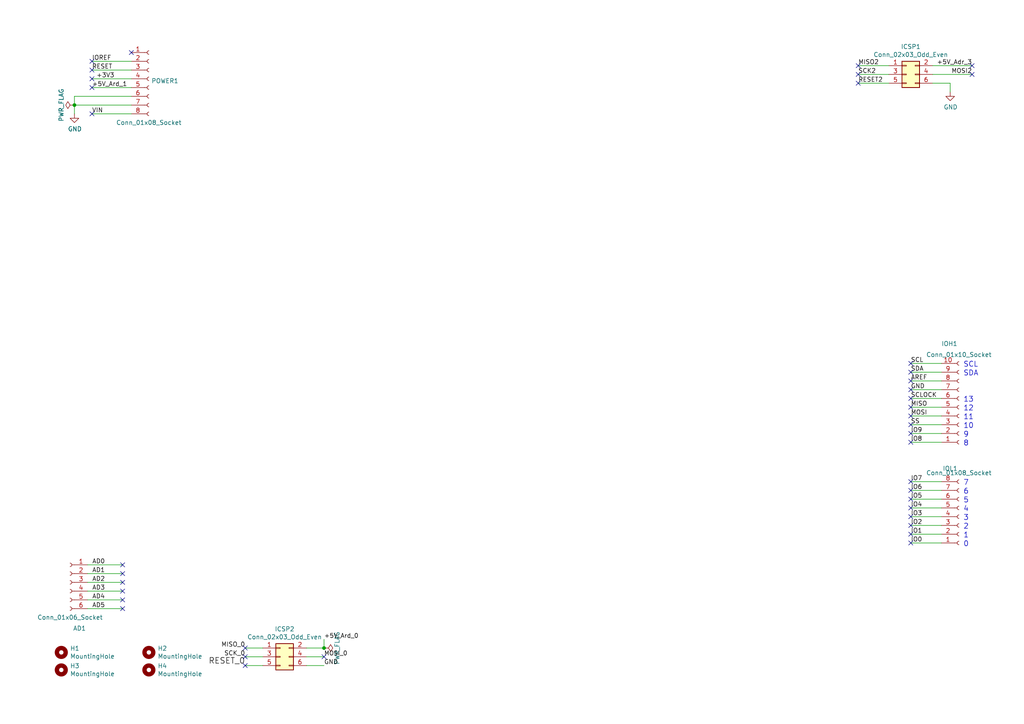
<source format=kicad_sch>
(kicad_sch (version 20231120) (generator "eeschema") (generator_version "8.0")
  (paper "A4")
  (lib_symbols
    (symbol "Connector:Conn_01x06_Socket" (pin_names (offset 1.016) hide)
      (property "Reference" "J" (at 0 7.62 0))
      (property "Value" "Conn_01x06_Socket" (at 0 -10.16 0))
      (symbol "Conn_01x06_Socket_1_1"
        (arc (start 0 -7.112) (mid -0.5058 -7.62) (end 0 -8.128) (stroke (width 0.1524)))
        (arc (start 0 -4.572) (mid -0.5058 -5.08) (end 0 -5.588) (stroke (width 0.1524)))
        (arc (start 0 -2.032) (mid -0.5058 -2.54) (end 0 -3.048) (stroke (width 0.1524)))
        (polyline (pts (xy -1.27 -7.62) (xy -0.508 -7.62)) (stroke (width 0.1524)))
        (polyline (pts (xy -1.27 -5.08) (xy -0.508 -5.08)) (stroke (width 0.1524)))
        (polyline (pts (xy -1.27 -2.54) (xy -0.508 -2.54)) (stroke (width 0.1524)))
        (polyline (pts (xy -1.27 0) (xy -0.508 0)) (stroke (width 0.1524)))
        (polyline (pts (xy -1.27 2.54) (xy -0.508 2.54)) (stroke (width 0.1524)))
        (polyline (pts (xy -1.27 5.08) (xy -0.508 5.08)) (stroke (width 0.1524)))
        (arc (start 0 0.508) (mid -0.5058 0) (end 0 -0.508) (stroke (width 0.1524)))
        (arc (start 0 3.048) (mid -0.5058 2.54) (end 0 2.032) (stroke (width 0.1524)))
        (arc (start 0 5.588) (mid -0.5058 5.08) (end 0 4.572) (stroke (width 0.1524)))
        (pin passive line (at -5.08 5.08 0) (length 3.81) (name "Pin_1") (number "1"))
        (pin passive line (at -5.08 2.54 0) (length 3.81) (name "Pin_2") (number "2"))
        (pin passive line (at -5.08 0 0) (length 3.81) (name "Pin_3") (number "3"))
        (pin passive line (at -5.08 -2.54 0) (length 3.81) (name "Pin_4") (number "4"))
        (pin passive line (at -5.08 -5.08 0) (length 3.81) (name "Pin_5") (number "5"))
        (pin passive line (at -5.08 -7.62 0) (length 3.81) (name "Pin_6") (number "6"))
      )
    )
    (symbol "Connector:Conn_01x08_Socket" (pin_names (offset 1.016) hide)
      (property "Reference" "J" (at 0 10.16 0))
      (property "Value" "Conn_01x08_Socket" (at 0 -12.7 0))
      (symbol "Conn_01x08_Socket_1_1"
        (arc (start 0 -9.652) (mid -0.5058 -10.16) (end 0 -10.668) (stroke (width 0.1524)))
        (arc (start 0 -7.112) (mid -0.5058 -7.62) (end 0 -8.128) (stroke (width 0.1524)))
        (arc (start 0 -4.572) (mid -0.5058 -5.08) (end 0 -5.588) (stroke (width 0.1524)))
        (arc (start 0 -2.032) (mid -0.5058 -2.54) (end 0 -3.048) (stroke (width 0.1524)))
        (polyline (pts (xy -1.27 -10.16) (xy -0.508 -10.16)) (stroke (width 0.1524)))
        (polyline (pts (xy -1.27 -7.62) (xy -0.508 -7.62)) (stroke (width 0.1524)))
        (polyline (pts (xy -1.27 -5.08) (xy -0.508 -5.08)) (stroke (width 0.1524)))
        (polyline (pts (xy -1.27 -2.54) (xy -0.508 -2.54)) (stroke (width 0.1524)))
        (polyline (pts (xy -1.27 0) (xy -0.508 0)) (stroke (width 0.1524)))
        (polyline (pts (xy -1.27 2.54) (xy -0.508 2.54)) (stroke (width 0.1524)))
        (polyline (pts (xy -1.27 5.08) (xy -0.508 5.08)) (stroke (width 0.1524)))
        (polyline (pts (xy -1.27 7.62) (xy -0.508 7.62)) (stroke (width 0.1524)))
        (arc (start 0 0.508) (mid -0.5058 0) (end 0 -0.508) (stroke (width 0.1524)))
        (arc (start 0 3.048) (mid -0.5058 2.54) (end 0 2.032) (stroke (width 0.1524)))
        (arc (start 0 5.588) (mid -0.5058 5.08) (end 0 4.572) (stroke (width 0.1524)))
        (arc (start 0 8.128) (mid -0.5058 7.62) (end 0 7.112) (stroke (width 0.1524)))
        (pin passive line (at -5.08 7.62 0) (length 3.81) (name "Pin_1") (number "1"))
        (pin passive line (at -5.08 5.08 0) (length 3.81) (name "Pin_2") (number "2"))
        (pin passive line (at -5.08 2.54 0) (length 3.81) (name "Pin_3") (number "3"))
        (pin passive line (at -5.08 0 0) (length 3.81) (name "Pin_4") (number "4"))
        (pin passive line (at -5.08 -2.54 0) (length 3.81) (name "Pin_5") (number "5"))
        (pin passive line (at -5.08 -5.08 0) (length 3.81) (name "Pin_6") (number "6"))
        (pin passive line (at -5.08 -7.62 0) (length 3.81) (name "Pin_7") (number "7"))
        (pin passive line (at -5.08 -10.16 0) (length 3.81) (name "Pin_8") (number "8"))
      )
    )
    (symbol "Connector:Conn_01x10_Socket" (pin_names (offset 1.016) hide)
      (property "Reference" "J" (at 0 12.7 0))
      (property "Value" "Conn_01x10_Socket" (at 0 -15.24 0))
      (symbol "Conn_01x10_Socket_1_1"
        (arc (start 0 -12.192) (mid -0.5058 -12.7) (end 0 -13.208) (stroke (width 0.1524)))
        (arc (start 0 -9.652) (mid -0.5058 -10.16) (end 0 -10.668) (stroke (width 0.1524)))
        (arc (start 0 -7.112) (mid -0.5058 -7.62) (end 0 -8.128) (stroke (width 0.1524)))
        (arc (start 0 -4.572) (mid -0.5058 -5.08) (end 0 -5.588) (stroke (width 0.1524)))
        (arc (start 0 -2.032) (mid -0.5058 -2.54) (end 0 -3.048) (stroke (width 0.1524)))
        (polyline (pts (xy -1.27 -12.7) (xy -0.508 -12.7)) (stroke (width 0.1524)))
        (polyline (pts (xy -1.27 -10.16) (xy -0.508 -10.16)) (stroke (width 0.1524)))
        (polyline (pts (xy -1.27 -7.62) (xy -0.508 -7.62)) (stroke (width 0.1524)))
        (polyline (pts (xy -1.27 -5.08) (xy -0.508 -5.08)) (stroke (width 0.1524)))
        (polyline (pts (xy -1.27 -2.54) (xy -0.508 -2.54)) (stroke (width 0.1524)))
        (polyline (pts (xy -1.27 0) (xy -0.508 0)) (stroke (width 0.1524)))
        (polyline (pts (xy -1.27 2.54) (xy -0.508 2.54)) (stroke (width 0.1524)))
        (polyline (pts (xy -1.27 5.08) (xy -0.508 5.08)) (stroke (width 0.1524)))
        (polyline (pts (xy -1.27 7.62) (xy -0.508 7.62)) (stroke (width 0.1524)))
        (polyline (pts (xy -1.27 10.16) (xy -0.508 10.16)) (stroke (width 0.1524)))
        (arc (start 0 0.508) (mid -0.5058 0) (end 0 -0.508) (stroke (width 0.1524)))
        (arc (start 0 3.048) (mid -0.5058 2.54) (end 0 2.032) (stroke (width 0.1524)))
        (arc (start 0 5.588) (mid -0.5058 5.08) (end 0 4.572) (stroke (width 0.1524)))
        (arc (start 0 8.128) (mid -0.5058 7.62) (end 0 7.112) (stroke (width 0.1524)))
        (arc (start 0 10.668) (mid -0.5058 10.16) (end 0 9.652) (stroke (width 0.1524)))
        (pin passive line (at -5.08 10.16 0) (length 3.81) (name "Pin_1") (number "1"))
        (pin passive line (at -5.08 -12.7 0) (length 3.81) (name "Pin_10") (number "10"))
        (pin passive line (at -5.08 7.62 0) (length 3.81) (name "Pin_2") (number "2"))
        (pin passive line (at -5.08 5.08 0) (length 3.81) (name "Pin_3") (number "3"))
        (pin passive line (at -5.08 2.54 0) (length 3.81) (name "Pin_4") (number "4"))
        (pin passive line (at -5.08 0 0) (length 3.81) (name "Pin_5") (number "5"))
        (pin passive line (at -5.08 -2.54 0) (length 3.81) (name "Pin_6") (number "6"))
        (pin passive line (at -5.08 -5.08 0) (length 3.81) (name "Pin_7") (number "7"))
        (pin passive line (at -5.08 -7.62 0) (length 3.81) (name "Pin_8") (number "8"))
        (pin passive line (at -5.08 -10.16 0) (length 3.81) (name "Pin_9") (number "9"))
      )
    )
    (symbol "Connector_Generic:Conn_02x03_Odd_Even" (pin_names (offset 1.016) hide)
      (property "Reference" "J" (at 1.27 5.08 0))
      (property "Value" "Conn_02x03_Odd_Even" (at 1.27 -5.08 0))
      (symbol "Conn_02x03_Odd_Even_1_1"
        (rectangle (start -1.27 -2.413) (end 0 -2.667) (stroke (width 0.1524)))
        (rectangle (start -1.27 0.127) (end 0 -0.127) (stroke (width 0.1524)))
        (rectangle (start -1.27 2.667) (end 0 2.413) (stroke (width 0.1524)))
        (rectangle (start -1.27 3.81) (end 3.81 -3.81) (stroke (width 0.254)) (fill (type background)))
        (rectangle (start 3.81 -2.413) (end 2.54 -2.667) (stroke (width 0.1524)))
        (rectangle (start 3.81 0.127) (end 2.54 -0.127) (stroke (width 0.1524)))
        (rectangle (start 3.81 2.667) (end 2.54 2.413) (stroke (width 0.1524)))
        (pin passive line (at -5.08 2.54 0) (length 3.81) (name "Pin_1") (number "1"))
        (pin passive line (at 7.62 2.54 180) (length 3.81) (name "Pin_2") (number "2"))
        (pin passive line (at -5.08 0 0) (length 3.81) (name "Pin_3") (number "3"))
        (pin passive line (at 7.62 0 180) (length 3.81) (name "Pin_4") (number "4"))
        (pin passive line (at -5.08 -2.54 0) (length 3.81) (name "Pin_5") (number "5"))
        (pin passive line (at 7.62 -2.54 180) (length 3.81) (name "Pin_6") (number "6"))
      )
    )
    (symbol "Mechanical:MountingHole" (pin_names (offset 1.016))
      (property "Reference" "H" (at 0 5.08 0))
      (property "Value" "MountingHole" (at 0 3.175 0))
      (symbol "MountingHole_0_1"
        (circle (center 0 0) (radius 1.27) (stroke (width 1.27)))
      )
    )
    (symbol "power:GND" (power) (pin_names (offset 0))
      (property "Value" "GND" (at 0 -3.81 0))
      (symbol "GND_0_1"
        (polyline (pts (xy 0 0) (xy 0 -1.27) (xy 1.27 -1.27) (xy 0 -2.54) (xy -1.27 -1.27) (xy 0 -1.27)))
      )
      (symbol "GND_1_1"
        (pin power_in line (at 0 0 270) (length 0) hide (name "GND") (number "1"))
      )
    )
    (symbol "power:PWR_FLAG" (power) (pin_numbers hide) (pin_names (offset 0) hide)
      (property "Value" "PWR_FLAG" (at 0 3.81 0))
      (symbol "PWR_FLAG_0_0"
        (pin power_out line (at 0 0 90) (length 0) (name "pwr") (number "1"))
      )
      (symbol "PWR_FLAG_0_1"
        (polyline (pts (xy 0 0) (xy 0 1.27) (xy -1.016 1.905) (xy 0 2.54) (xy 1.016 1.905) (xy 0 1.27)))
      )
    )
  )
  (junction (at 93.98 187.96))
  (junction (at 21.59 30.48))
  (no_connect (at 35.56 168.91))
  (no_connect (at 248.92 21.59))
  (no_connect (at 264.16 110.49))
  (no_connect (at 35.56 176.53))
  (no_connect (at 264.16 152.4))
  (no_connect (at 264.16 149.86))
  (no_connect (at 35.56 163.83))
  (no_connect (at 35.56 171.45))
  (no_connect (at 26.67 20.32))
  (no_connect (at 264.16 107.95))
  (no_connect (at 26.67 22.86))
  (no_connect (at 38.1 15.24))
  (no_connect (at 71.12 193.04))
  (no_connect (at 264.16 157.48))
  (no_connect (at 264.16 123.19))
  (no_connect (at 264.16 113.03))
  (no_connect (at 264.16 118.11))
  (no_connect (at 264.16 115.57))
  (no_connect (at 264.16 120.65))
  (no_connect (at 264.16 125.73))
  (no_connect (at 264.16 128.27))
  (no_connect (at 264.16 147.32))
  (no_connect (at 264.16 144.78))
  (no_connect (at 264.16 139.7))
  (no_connect (at 264.16 142.24))
  (no_connect (at 26.67 17.78))
  (no_connect (at 281.94 19.05))
  (no_connect (at 71.12 187.96))
  (no_connect (at 35.56 166.37))
  (no_connect (at 248.92 24.13))
  (no_connect (at 26.67 25.4))
  (no_connect (at 248.92 19.05))
  (no_connect (at 71.12 190.5))
  (no_connect (at 26.67 33.02))
  (no_connect (at 281.94 21.59))
  (no_connect (at 264.16 105.41))
  (no_connect (at 264.16 154.94))
  (no_connect (at 35.56 173.99))
  (no_connect (at 93.98 190.5))
  (wire (pts (xy 264.16 152.4) (xy 273.05 152.4)))
  (wire (pts (xy 76.2 190.5) (xy 71.12 190.5)))
  (wire (pts (xy 21.59 27.94) (xy 21.59 30.48)))
  (wire (pts (xy 264.16 128.27) (xy 273.05 128.27)))
  (wire (pts (xy 264.16 154.94) (xy 273.05 154.94)))
  (wire (pts (xy 93.98 193.04) (xy 88.9 193.04)))
  (wire (pts (xy 76.2 187.96) (xy 71.12 187.96)))
  (wire (pts (xy 88.9 190.5) (xy 93.98 190.5)))
  (wire (pts (xy 264.16 144.78) (xy 273.05 144.78)))
  (wire (pts (xy 264.16 110.49) (xy 273.05 110.49)))
  (wire (pts (xy 264.16 105.41) (xy 273.05 105.41)))
  (wire (pts (xy 270.51 21.59) (xy 281.94 21.59)))
  (wire (pts (xy 264.16 115.57) (xy 273.05 115.57)))
  (wire (pts (xy 264.16 120.65) (xy 273.05 120.65)))
  (wire (pts (xy 264.16 118.11) (xy 273.05 118.11)))
  (wire (pts (xy 270.51 19.05) (xy 281.94 19.05)))
  (wire (pts (xy 264.16 142.24) (xy 273.05 142.24)))
  (wire (pts (xy 25.4 163.83) (xy 35.56 163.83)))
  (wire (pts (xy 26.67 17.78) (xy 38.1 17.78)))
  (wire (pts (xy 21.59 30.48) (xy 21.59 33.02)))
  (wire (pts (xy 264.16 125.73) (xy 273.05 125.73)))
  (wire (pts (xy 273.05 113.03) (xy 264.16 113.03)))
  (wire (pts (xy 93.98 185.42) (xy 93.98 187.96)))
  (wire (pts (xy 248.92 21.59) (xy 257.81 21.59)))
  (wire (pts (xy 264.16 139.7) (xy 273.05 139.7)))
  (wire (pts (xy 248.92 19.05) (xy 257.81 19.05)))
  (wire (pts (xy 26.67 33.02) (xy 38.1 33.02)))
  (wire (pts (xy 275.59 24.13) (xy 275.59 26.67)))
  (wire (pts (xy 35.56 166.37) (xy 25.4 166.37)))
  (wire (pts (xy 93.98 187.96) (xy 88.9 187.96)))
  (wire (pts (xy 264.16 107.95) (xy 273.05 107.95)))
  (wire (pts (xy 26.67 25.4) (xy 38.1 25.4)))
  (wire (pts (xy 264.16 147.32) (xy 273.05 147.32)))
  (wire (pts (xy 26.67 20.32) (xy 38.1 20.32)))
  (wire (pts (xy 264.16 123.19) (xy 273.05 123.19)))
  (wire (pts (xy 25.4 171.45) (xy 35.56 171.45)))
  (wire (pts (xy 264.16 157.48) (xy 273.05 157.48)))
  (wire (pts (xy 71.12 193.04) (xy 76.2 193.04)))
  (wire (pts (xy 38.1 27.94) (xy 21.59 27.94)))
  (wire (pts (xy 35.56 168.91) (xy 25.4 168.91)))
  (wire (pts (xy 270.51 24.13) (xy 275.59 24.13)))
  (wire (pts (xy 35.56 176.53) (xy 25.4 176.53)))
  (wire (pts (xy 248.92 24.13) (xy 257.81 24.13)))
  (wire (pts (xy 38.1 22.86) (xy 26.67 22.86)))
  (wire (pts (xy 264.16 149.86) (xy 273.05 149.86)))
  (wire (pts (xy 38.1 30.48) (xy 21.59 30.48)))
  (wire (pts (xy 35.56 173.99) (xy 25.4 173.99)))
  (text "4" (at 279.4 148.59 0) (effects (font (size 1.4986 1.4986)) (justify left bottom)))
  (text "8" (at 279.4 129.54 0) (effects (font (size 1.4986 1.4986)) (justify left bottom)))
  (text "7" (at 279.4 140.97 0) (effects (font (size 1.4986 1.4986)) (justify left bottom)))
  (text "10" (at 279.4 124.46 0) (effects (font (size 1.4986 1.4986)) (justify left bottom)))
  (text "0" (at 279.4 158.75 0) (effects (font (size 1.4986 1.4986)) (justify left bottom)))
  (text "9" (at 279.4 127 0) (effects (font (size 1.4986 1.4986)) (justify left bottom)))
  (text "13" (at 279.4 116.84 0) (effects (font (size 1.4986 1.4986)) (justify left bottom)))
  (text "SDA" (at 279.4 109.22 0) (effects (font (size 1.4986 1.4986)) (justify left bottom)))
  (text "3" (at 279.4 151.13 0) (effects (font (size 1.4986 1.4986)) (justify left bottom)))
  (text "5" (at 279.4 146.05 0) (effects (font (size 1.4986 1.4986)) (justify left bottom)))
  (text "11" (at 279.4 121.92 0) (effects (font (size 1.4986 1.4986)) (justify left bottom)))
  (text "2" (at 279.4 153.67 0) (effects (font (size 1.4986 1.4986)) (justify left bottom)))
  (text "1" (at 279.4 156.21 0) (effects (font (size 1.4986 1.4986)) (justify left bottom)))
  (text "SCL" (at 279.4 106.68 0) (effects (font (size 1.4986 1.4986)) (justify left bottom)))
  (text "6" (at 279.4 143.51 0) (effects (font (size 1.4986 1.4986)) (justify left bottom)))
  (text "12" (at 279.4 119.38 0) (effects (font (size 1.4986 1.4986)) (justify left bottom)))
  (label "IO5" (at 264.16 144.78 0))
  (label "+3V3" (at 27.94 22.86 0))
  (label "MISO_0" (at 71.12 187.96 180))
  (label "IO8" (at 264.16 128.27 0))
  (label "AD1" (at 30.48 166.37 180))
  (label "RESET_0" (at 71.12 193.04 180) (effects (font (size 1.6764 1.6764))))
  (label "MOSI" (at 264.16 120.65 0))
  (label "AD5" (at 30.48 176.53 180))
  (label "IO7" (at 264.16 139.7 0))
  (label "MISO" (at 264.16 118.11 0))
  (label "IO9" (at 264.16 125.73 0))
  (label "SCK2" (at 248.92 21.59 0))
  (label "AREF" (at 264.16 110.49 0))
  (label "IO0" (at 264.16 157.48 0))
  (label "+5V_Ard_0" (at 93.98 185.42 0) (effects (font (size 1.2446 1.2446))))
  (label "AD3" (at 30.48 171.45 180))
  (label "RESET" (at 26.67 20.32 0))
  (label "SCL" (at 264.16 105.41 0))
  (label "IO4" (at 264.16 147.32 0))
  (label "MOSI2" (at 281.94 21.59 180))
  (label "+5V_Ard_1" (at 26.67 25.4 0))
  (label "VIN" (at 26.67 33.02 0))
  (label "SCK_0" (at 71.12 190.5 180))
  (label "IO3" (at 264.16 149.86 0))
  (label "GND" (at 264.16 113.03 0))
  (label "SS" (at 264.16 123.19 0))
  (label "IO6" (at 264.16 142.24 0))
  (label "IO2" (at 264.16 152.4 0))
  (label "RESET2" (at 248.92 24.13 0))
  (label "MOSI_0" (at 93.98 190.5 0) (effects (font (size 1.2446 1.2446))))
  (label "IO1" (at 264.16 154.94 0))
  (label "MISO2" (at 248.92 19.05 0))
  (label "AD0" (at 30.48 163.83 180))
  (label "SCLOCK" (at 264.16 115.57 0))
  (label "AD2" (at 30.48 168.91 180))
  (label "+5V_Adr_3" (at 281.94 19.05 180))
  (label "SDA" (at 264.16 107.95 0))
  (label "AD4" (at 30.48 173.99 180))
  (label "IOREF" (at 26.67 17.78 0))
  (label "GND" (at 93.98 193.04 0))
  (symbol (lib_id "Mechanical:MountingHole") (at 17.78 189.23 0) (unit 1)
    (property "Reference" "H1" (at 20.32 188.0616 0) (effects (justify left)))
    (property "Value" "MountingHole" (at 20.32 190.373 0) (effects (justify left)))
    (property "Footprint" "MountingHole:MountingHole_3mm" (effects (hide yes)))
  )
  (symbol (lib_id "Mechanical:MountingHole") (at 43.18 194.31 0) (unit 1)
    (property "Reference" "H4" (at 45.72 193.1416 0) (effects (justify left)))
    (property "Value" "MountingHole" (at 45.72 195.453 0) (effects (justify left)))
    (property "Footprint" "MountingHole:MountingHole_3mm" (effects (hide yes)))
  )
  (symbol (lib_id "Mechanical:MountingHole") (at 43.18 189.23 0) (unit 1)
    (property "Reference" "H2" (at 45.72 188.0616 0) (effects (justify left)))
    (property "Value" "MountingHole" (at 45.72 190.373 0) (effects (justify left)))
    (property "Footprint" "MountingHole:MountingHole_3mm" (effects (hide yes)))
  )
  (symbol (lib_id "Mechanical:MountingHole") (at 17.78 194.31 0) (unit 1)
    (property "Reference" "H3" (at 20.32 193.1416 0) (effects (justify left)))
    (property "Value" "MountingHole" (at 20.32 195.453 0) (effects (justify left)))
    (property "Footprint" "MountingHole:MountingHole_3mm" (effects (hide yes)))
  )
  (symbol (lib_id "Connector:Conn_01x06_Socket") (at 20.32 168.91 0) (mirror y) (unit 1)
    (property "Reference" "AD1" (at 23.0632 182.245 0))
    (property "Value" "Conn_01x06_Socket" (at 20.32 179.07 0))
    (property "Footprint" "Connector_PinHeader_2.54mm:PinHeader_1x06_P2.54mm_Vertical" (effects (hide yes)))
  )
  (symbol (lib_id "Connector:Conn_01x08_Socket") (at 278.13 149.86 0) (mirror x) (unit 1)
    (property "Reference" "IOL1" (at 275.59 135.89 0))
    (property "Value" "Conn_01x08_Socket" (at 278.13 137.16 0))
    (property "Footprint" "Connector_PinHeader_2.54mm:PinHeader_1x08_P2.54mm_Vertical" (effects (hide yes)))
  )
  (symbol (lib_id "Connector:Conn_01x08_Socket") (at 43.18 22.86 0) (unit 1)
    (property "Reference" "POWER1" (at 43.8912 23.4696 0) (effects (justify left)))
    (property "Value" "Conn_01x08_Socket" (at 43.18 35.56 0))
    (property "Footprint" "Connector_PinHeader_2.54mm:PinHeader_1x08_P2.54mm_Vertical" (effects (hide yes)))
  )
  (symbol (lib_id "Connector:Conn_01x10_Socket") (at 278.13 118.11 0) (mirror x) (unit 1)
    (property "Reference" "IOH1" (at 275.3868 99.695 0))
    (property "Value" "Conn_01x10_Socket" (at 278.13 102.87 0))
    (property "Footprint" "Connector_PinHeader_2.54mm:PinHeader_1x10_P2.54mm_Vertical" (effects (hide yes)))
  )
  (symbol (lib_id "Connector_Generic:Conn_02x03_Odd_Even") (at 262.89 21.59 0) (unit 1)
    (property "Reference" "ICSP1" (at 264.16 13.5382 0))
    (property "Value" "Conn_02x03_Odd_Even" (at 264.16 15.8496 0))
    (property "Footprint" "Connector_PinSocket_2.54mm:PinSocket_2x03_P2.54mm_Vertical" (effects (hide yes)))
  )
  (symbol (lib_id "Connector_Generic:Conn_02x03_Odd_Even") (at 81.28 190.5 0) (unit 1)
    (property "Reference" "ICSP2" (at 82.55 182.4482 0))
    (property "Value" "Conn_02x03_Odd_Even" (at 82.55 184.7596 0))
    (property "Footprint" "Connector_PinSocket_2.54mm:PinSocket_2x03_P2.54mm_Vertical" (effects (hide yes)))
  )
  (symbol (lib_id "power:PWR_FLAG") (at 93.98 187.96 270) (unit 1)
    (property "Reference" "#FLG0102" (effects (hide yes)))
    (property "Value" "PWR_FLAG" (at 97.79 187.96 0))
  )
  (symbol (lib_id "power:PWR_FLAG") (at 21.59 30.48 90) (unit 1)
    (property "Reference" "#FLG0103" (effects (hide yes)))
    (property "Value" "PWR_FLAG" (at 17.78 30.48 0))
  )
  (symbol (lib_id "power:GND") (at 21.59 33.02 0) (unit 1)
    (property "Reference" "#PWR0101" (effects (hide yes)))
    (property "Value" "GND" (at 21.717 37.4142 0))
  )
  (symbol (lib_id "power:GND") (at 275.59 26.67 0) (unit 1)
    (property "Reference" "#PWR0103" (effects (hide yes)))
    (property "Value" "GND" (at 275.717 31.0642 0))
  )
)
</source>
